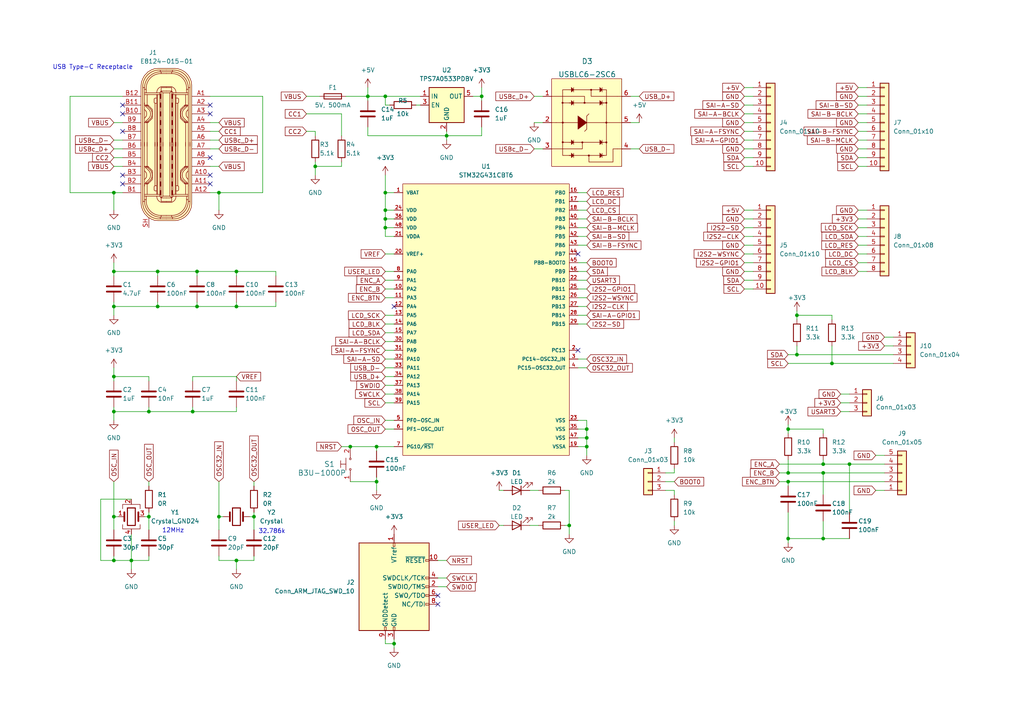
<source format=kicad_sch>
(kicad_sch (version 20211123) (generator eeschema)
  (paper "A4")
  (junction (at 57.15 88.9))
  (junction (at 170.18 129.54))
  (junction (at 57.15 78.74))
  (junction (at 73.66 149.86))
  (junction (at 228.6 137.16))
  (junction (at 33.02 109.22))
  (junction (at 228.6 139.7))
  (junction (at 238.76 137.16))
  (junction (at 63.5 149.86))
  (junction (at 228.6 156.21))
  (junction (at 45.72 88.9))
  (junction (at 111.76 66.04))
  (junction (at 228.6 124.46))
  (junction (at 33.02 149.86))
  (junction (at 43.18 149.86))
  (junction (at 241.3 105.41))
  (junction (at 139.7 27.94))
  (junction (at 101.6 129.54))
  (junction (at 109.22 139.7))
  (junction (at 170.18 124.46))
  (junction (at 33.02 119.38))
  (junction (at 246.38 134.62))
  (junction (at 33.02 78.74))
  (junction (at 33.02 162.56))
  (junction (at 231.14 102.87))
  (junction (at 33.02 88.9))
  (junction (at 43.18 119.38))
  (junction (at 238.76 134.62))
  (junction (at 114.3 186.69))
  (junction (at 231.14 91.44))
  (junction (at 63.5 55.88))
  (junction (at 106.68 27.94))
  (junction (at 109.22 129.54))
  (junction (at 55.88 119.38))
  (junction (at 165.1 152.4))
  (junction (at 129.54 39.37))
  (junction (at 238.76 156.21))
  (junction (at 111.76 27.94))
  (junction (at 111.76 63.5))
  (junction (at 45.72 78.74))
  (junction (at 91.44 48.26))
  (junction (at 38.1 162.56))
  (junction (at 111.76 60.96))
  (junction (at 68.58 88.9))
  (junction (at 170.18 127))
  (junction (at 68.58 162.56))
  (junction (at 68.58 78.74))
  (junction (at 111.76 55.88))
  (junction (at 33.02 55.88))
  (no_connect (at 60.96 50.8))
  (no_connect (at 114.3 88.9))
  (no_connect (at 35.56 53.34))
  (no_connect (at 60.96 33.02))
  (no_connect (at 60.96 53.34))
  (no_connect (at 35.56 50.8))
  (no_connect (at 60.96 45.72))
  (no_connect (at 60.96 30.48))
  (no_connect (at 35.56 33.02))
  (no_connect (at 127 175.26))
  (no_connect (at 127 172.72))
  (no_connect (at 167.64 101.6))
  (no_connect (at 35.56 38.1))
  (no_connect (at 167.64 73.66))
  (no_connect (at 35.56 30.48))
  (wire (pts (xy 215.9 83.82) (xy 218.44 83.82)))
  (wire (pts (xy 109.22 142.24) (xy 109.22 139.7)))
  (wire (pts (xy 101.6 129.54) (xy 109.22 129.54)))
  (wire (pts (xy 33.02 149.86) (xy 33.02 153.67)))
  (wire (pts (xy 57.15 78.74) (xy 45.72 78.74)))
  (wire (pts (xy 80.01 78.74) (xy 68.58 78.74)))
  (wire (pts (xy 248.92 38.1) (xy 251.46 38.1)))
  (wire (pts (xy 195.58 142.24) (xy 193.04 142.24)))
  (wire (pts (xy 68.58 78.74) (xy 68.58 80.01)))
  (wire (pts (xy 163.83 152.4) (xy 165.1 152.4)))
  (wire (pts (xy 76.2 27.94) (xy 76.2 55.88)))
  (wire (pts (xy 114.3 66.04) (xy 111.76 66.04)))
  (wire (pts (xy 215.9 73.66) (xy 218.44 73.66)))
  (wire (pts (xy 111.76 93.98) (xy 114.3 93.98)))
  (wire (pts (xy 238.76 137.16) (xy 238.76 143.51)))
  (wire (pts (xy 33.02 119.38) (xy 33.02 121.92)))
  (wire (pts (xy 63.5 149.86) (xy 63.5 153.67)))
  (wire (pts (xy 170.18 78.74) (xy 167.64 78.74)))
  (wire (pts (xy 33.02 76.2) (xy 33.02 78.74)))
  (wire (pts (xy 241.3 92.71) (xy 241.3 91.44)))
  (wire (pts (xy 246.38 148.59) (xy 246.38 134.62)))
  (wire (pts (xy 195.58 127) (xy 195.58 128.27)))
  (wire (pts (xy 57.15 87.63) (xy 57.15 88.9)))
  (wire (pts (xy 43.18 118.11) (xy 43.18 119.38)))
  (wire (pts (xy 139.7 39.37) (xy 129.54 39.37)))
  (wire (pts (xy 215.9 48.26) (xy 218.44 48.26)))
  (wire (pts (xy 43.18 148.59) (xy 43.18 149.86)))
  (wire (pts (xy 170.18 121.92) (xy 170.18 124.46)))
  (wire (pts (xy 231.14 100.33) (xy 231.14 102.87)))
  (wire (pts (xy 29.21 144.78) (xy 29.21 162.56)))
  (wire (pts (xy 111.76 101.6) (xy 114.3 101.6)))
  (wire (pts (xy 248.92 48.26) (xy 251.46 48.26)))
  (wire (pts (xy 248.92 76.2) (xy 251.46 76.2)))
  (wire (pts (xy 248.92 45.72) (xy 251.46 45.72)))
  (wire (pts (xy 215.9 68.58) (xy 218.44 68.58)))
  (wire (pts (xy 63.5 139.7) (xy 63.5 149.86)))
  (wire (pts (xy 228.6 137.16) (xy 228.6 133.35)))
  (wire (pts (xy 111.76 68.58) (xy 114.3 68.58)))
  (wire (pts (xy 111.76 104.14) (xy 114.3 104.14)))
  (wire (pts (xy 43.18 162.56) (xy 38.1 162.56)))
  (wire (pts (xy 215.9 25.4) (xy 218.44 25.4)))
  (wire (pts (xy 80.01 88.9) (xy 68.58 88.9)))
  (wire (pts (xy 127 170.18) (xy 129.54 170.18)))
  (wire (pts (xy 73.66 162.56) (xy 68.58 162.56)))
  (wire (pts (xy 43.18 119.38) (xy 33.02 119.38)))
  (wire (pts (xy 68.58 118.11) (xy 68.58 119.38)))
  (wire (pts (xy 114.3 185.42) (xy 114.3 186.69)))
  (wire (pts (xy 33.02 109.22) (xy 33.02 110.49)))
  (wire (pts (xy 91.44 46.99) (xy 91.44 48.26)))
  (wire (pts (xy 114.3 63.5) (xy 111.76 63.5)))
  (wire (pts (xy 248.92 60.96) (xy 251.46 60.96)))
  (wire (pts (xy 120.65 30.48) (xy 121.92 30.48)))
  (wire (pts (xy 215.9 71.12) (xy 218.44 71.12)))
  (wire (pts (xy 111.76 27.94) (xy 121.92 27.94)))
  (wire (pts (xy 182.88 27.94) (xy 185.42 27.94)))
  (wire (pts (xy 33.02 161.29) (xy 33.02 162.56)))
  (wire (pts (xy 256.54 100.33) (xy 259.08 100.33)))
  (wire (pts (xy 45.72 78.74) (xy 33.02 78.74)))
  (wire (pts (xy 106.68 27.94) (xy 100.33 27.94)))
  (wire (pts (xy 111.76 186.69) (xy 114.3 186.69)))
  (wire (pts (xy 35.56 45.72) (xy 33.02 45.72)))
  (wire (pts (xy 228.6 156.21) (xy 228.6 157.48)))
  (wire (pts (xy 111.76 73.66) (xy 114.3 73.66)))
  (wire (pts (xy 228.6 102.87) (xy 231.14 102.87)))
  (wire (pts (xy 241.3 105.41) (xy 259.08 105.41)))
  (wire (pts (xy 113.03 30.48) (xy 111.76 30.48)))
  (wire (pts (xy 231.14 91.44) (xy 231.14 92.71)))
  (wire (pts (xy 63.5 48.26) (xy 60.96 48.26)))
  (wire (pts (xy 109.22 138.43) (xy 109.22 139.7)))
  (wire (pts (xy 45.72 87.63) (xy 45.72 88.9)))
  (wire (pts (xy 33.02 55.88) (xy 33.02 60.96)))
  (wire (pts (xy 111.76 114.3) (xy 114.3 114.3)))
  (wire (pts (xy 215.9 63.5) (xy 218.44 63.5)))
  (wire (pts (xy 167.64 129.54) (xy 170.18 129.54)))
  (wire (pts (xy 63.5 40.64) (xy 60.96 40.64)))
  (wire (pts (xy 243.84 119.38) (xy 246.38 119.38)))
  (wire (pts (xy 111.76 99.06) (xy 114.3 99.06)))
  (wire (pts (xy 106.68 36.83) (xy 106.68 39.37)))
  (wire (pts (xy 170.18 60.96) (xy 167.64 60.96)))
  (wire (pts (xy 165.1 152.4) (xy 165.1 154.94)))
  (wire (pts (xy 182.88 35.56) (xy 185.42 35.56)))
  (wire (pts (xy 248.92 73.66) (xy 251.46 73.66)))
  (wire (pts (xy 170.18 81.28) (xy 167.64 81.28)))
  (wire (pts (xy 43.18 110.49) (xy 43.18 109.22)))
  (wire (pts (xy 170.18 91.44) (xy 167.64 91.44)))
  (wire (pts (xy 248.92 43.18) (xy 251.46 43.18)))
  (wire (pts (xy 167.64 127) (xy 170.18 127)))
  (wire (pts (xy 91.44 48.26) (xy 91.44 50.8)))
  (wire (pts (xy 45.72 88.9) (xy 33.02 88.9)))
  (wire (pts (xy 91.44 38.1) (xy 88.9 38.1)))
  (wire (pts (xy 114.3 186.69) (xy 114.3 187.96)))
  (wire (pts (xy 88.9 27.94) (xy 92.71 27.94)))
  (wire (pts (xy 20.32 27.94) (xy 20.32 55.88)))
  (wire (pts (xy 215.9 45.72) (xy 218.44 45.72)))
  (wire (pts (xy 226.06 137.16) (xy 228.6 137.16)))
  (wire (pts (xy 215.9 40.64) (xy 218.44 40.64)))
  (wire (pts (xy 33.02 88.9) (xy 33.02 91.44)))
  (wire (pts (xy 33.02 162.56) (xy 38.1 162.56)))
  (wire (pts (xy 170.18 66.04) (xy 167.64 66.04)))
  (wire (pts (xy 170.18 76.2) (xy 167.64 76.2)))
  (wire (pts (xy 111.76 50.8) (xy 111.76 55.88)))
  (wire (pts (xy 43.18 149.86) (xy 43.18 153.67)))
  (wire (pts (xy 215.9 27.94) (xy 218.44 27.94)))
  (wire (pts (xy 106.68 39.37) (xy 129.54 39.37)))
  (wire (pts (xy 20.32 27.94) (xy 35.56 27.94)))
  (wire (pts (xy 35.56 48.26) (xy 33.02 48.26)))
  (wire (pts (xy 170.18 129.54) (xy 170.18 132.08)))
  (wire (pts (xy 29.21 162.56) (xy 33.02 162.56)))
  (wire (pts (xy 215.9 76.2) (xy 218.44 76.2)))
  (wire (pts (xy 35.56 40.64) (xy 33.02 40.64)))
  (wire (pts (xy 33.02 139.7) (xy 33.02 149.86)))
  (wire (pts (xy 248.92 71.12) (xy 251.46 71.12)))
  (wire (pts (xy 238.76 151.13) (xy 238.76 156.21)))
  (wire (pts (xy 215.9 78.74) (xy 218.44 78.74)))
  (wire (pts (xy 144.78 152.4) (xy 146.05 152.4)))
  (wire (pts (xy 238.76 125.73) (xy 238.76 124.46)))
  (wire (pts (xy 246.38 134.62) (xy 256.54 134.62)))
  (wire (pts (xy 248.92 68.58) (xy 251.46 68.58)))
  (wire (pts (xy 73.66 149.86) (xy 73.66 153.67)))
  (wire (pts (xy 170.18 63.5) (xy 167.64 63.5)))
  (wire (pts (xy 129.54 38.1) (xy 129.54 39.37)))
  (wire (pts (xy 63.5 35.56) (xy 60.96 35.56)))
  (wire (pts (xy 38.1 144.78) (xy 29.21 144.78)))
  (wire (pts (xy 127 162.56) (xy 129.54 162.56)))
  (wire (pts (xy 215.9 33.02) (xy 218.44 33.02)))
  (wire (pts (xy 231.14 90.17) (xy 231.14 91.44)))
  (wire (pts (xy 170.18 88.9) (xy 167.64 88.9)))
  (wire (pts (xy 111.76 106.68) (xy 114.3 106.68)))
  (wire (pts (xy 33.02 55.88) (xy 20.32 55.88)))
  (wire (pts (xy 238.76 134.62) (xy 238.76 133.35)))
  (wire (pts (xy 256.54 97.79) (xy 259.08 97.79)))
  (wire (pts (xy 55.88 119.38) (xy 43.18 119.38)))
  (wire (pts (xy 195.58 143.51) (xy 195.58 142.24)))
  (wire (pts (xy 43.18 139.7) (xy 43.18 140.97)))
  (wire (pts (xy 195.58 137.16) (xy 193.04 137.16)))
  (wire (pts (xy 57.15 88.9) (xy 45.72 88.9)))
  (wire (pts (xy 170.18 127) (xy 170.18 129.54)))
  (wire (pts (xy 248.92 35.56) (xy 251.46 35.56)))
  (wire (pts (xy 248.92 25.4) (xy 251.46 25.4)))
  (wire (pts (xy 111.76 55.88) (xy 114.3 55.88)))
  (wire (pts (xy 248.92 33.02) (xy 251.46 33.02)))
  (wire (pts (xy 170.18 124.46) (xy 170.18 127)))
  (wire (pts (xy 238.76 156.21) (xy 228.6 156.21)))
  (wire (pts (xy 38.1 154.94) (xy 38.1 162.56)))
  (wire (pts (xy 111.76 109.22) (xy 114.3 109.22)))
  (wire (pts (xy 63.5 162.56) (xy 68.58 162.56)))
  (wire (pts (xy 241.3 91.44) (xy 231.14 91.44)))
  (wire (pts (xy 167.64 124.46) (xy 170.18 124.46)))
  (wire (pts (xy 63.5 161.29) (xy 63.5 162.56)))
  (wire (pts (xy 111.76 63.5) (xy 111.76 60.96)))
  (wire (pts (xy 238.76 124.46) (xy 228.6 124.46)))
  (wire (pts (xy 231.14 102.87) (xy 259.08 102.87)))
  (wire (pts (xy 68.58 109.22) (xy 68.58 110.49)))
  (wire (pts (xy 170.18 93.98) (xy 167.64 93.98)))
  (wire (pts (xy 33.02 106.68) (xy 33.02 109.22)))
  (wire (pts (xy 139.7 27.94) (xy 139.7 29.21)))
  (wire (pts (xy 163.83 142.24) (xy 165.1 142.24)))
  (wire (pts (xy 254 132.08) (xy 256.54 132.08)))
  (wire (pts (xy 167.64 106.68) (xy 170.18 106.68)))
  (wire (pts (xy 41.91 149.86) (xy 43.18 149.86)))
  (wire (pts (xy 34.29 149.86) (xy 33.02 149.86)))
  (wire (pts (xy 68.58 119.38) (xy 55.88 119.38)))
  (wire (pts (xy 129.54 39.37) (xy 129.54 40.64)))
  (wire (pts (xy 111.76 121.92) (xy 114.3 121.92)))
  (wire (pts (xy 63.5 55.88) (xy 76.2 55.88)))
  (wire (pts (xy 99.06 33.02) (xy 88.9 33.02)))
  (wire (pts (xy 38.1 165.1) (xy 38.1 162.56)))
  (wire (pts (xy 243.84 114.3) (xy 246.38 114.3)))
  (wire (pts (xy 228.6 105.41) (xy 241.3 105.41)))
  (wire (pts (xy 111.76 91.44) (xy 114.3 91.44)))
  (wire (pts (xy 111.76 66.04) (xy 111.76 68.58)))
  (wire (pts (xy 238.76 137.16) (xy 228.6 137.16)))
  (wire (pts (xy 111.76 78.74) (xy 114.3 78.74)))
  (wire (pts (xy 111.76 124.46) (xy 114.3 124.46)))
  (wire (pts (xy 91.44 39.37) (xy 91.44 38.1)))
  (wire (pts (xy 215.9 66.04) (xy 218.44 66.04)))
  (wire (pts (xy 68.58 78.74) (xy 57.15 78.74)))
  (wire (pts (xy 215.9 60.96) (xy 218.44 60.96)))
  (wire (pts (xy 167.64 104.14) (xy 170.18 104.14)))
  (wire (pts (xy 170.18 86.36) (xy 167.64 86.36)))
  (wire (pts (xy 55.88 110.49) (xy 55.88 109.22)))
  (wire (pts (xy 72.39 149.86) (xy 73.66 149.86)))
  (wire (pts (xy 73.66 139.7) (xy 73.66 140.97)))
  (wire (pts (xy 248.92 78.74) (xy 251.46 78.74)))
  (wire (pts (xy 111.76 111.76) (xy 114.3 111.76)))
  (wire (pts (xy 80.01 78.74) (xy 80.01 80.01)))
  (wire (pts (xy 228.6 139.7) (xy 256.54 139.7)))
  (wire (pts (xy 144.78 142.24) (xy 146.05 142.24)))
  (wire (pts (xy 248.92 66.04) (xy 251.46 66.04)))
  (wire (pts (xy 73.66 161.29) (xy 73.66 162.56)))
  (wire (pts (xy 99.06 39.37) (xy 99.06 33.02)))
  (wire (pts (xy 228.6 124.46) (xy 228.6 125.73)))
  (wire (pts (xy 111.76 81.28) (xy 114.3 81.28)))
  (wire (pts (xy 139.7 25.4) (xy 139.7 27.94)))
  (wire (pts (xy 106.68 25.4) (xy 106.68 27.94)))
  (wire (pts (xy 182.88 43.18) (xy 185.42 43.18)))
  (wire (pts (xy 63.5 55.88) (xy 63.5 60.96)))
  (wire (pts (xy 154.94 27.94) (xy 157.48 27.94)))
  (wire (pts (xy 33.02 78.74) (xy 33.02 80.01)))
  (wire (pts (xy 45.72 80.01) (xy 45.72 78.74)))
  (wire (pts (xy 153.67 152.4) (xy 156.21 152.4)))
  (wire (pts (xy 139.7 36.83) (xy 139.7 39.37)))
  (wire (pts (xy 153.67 142.24) (xy 156.21 142.24)))
  (wire (pts (xy 248.92 30.48) (xy 251.46 30.48)))
  (wire (pts (xy 228.6 148.59) (xy 228.6 156.21)))
  (wire (pts (xy 43.18 161.29) (xy 43.18 162.56)))
  (wire (pts (xy 195.58 135.89) (xy 195.58 137.16)))
  (wire (pts (xy 195.58 139.7) (xy 193.04 139.7)))
  (wire (pts (xy 111.76 96.52) (xy 114.3 96.52)))
  (wire (pts (xy 195.58 151.13) (xy 195.58 152.4)))
  (wire (pts (xy 111.76 116.84) (xy 114.3 116.84)))
  (wire (pts (xy 109.22 129.54) (xy 114.3 129.54)))
  (wire (pts (xy 60.96 55.88) (xy 63.5 55.88)))
  (wire (pts (xy 111.76 30.48) (xy 111.76 27.94)))
  (wire (pts (xy 170.18 58.42) (xy 167.64 58.42)))
  (wire (pts (xy 43.18 109.22) (xy 33.02 109.22)))
  (wire (pts (xy 111.76 55.88) (xy 111.76 60.96)))
  (wire (pts (xy 35.56 55.88) (xy 33.02 55.88)))
  (wire (pts (xy 57.15 80.01) (xy 57.15 78.74)))
  (wire (pts (xy 246.38 156.21) (xy 238.76 156.21)))
  (wire (pts (xy 238.76 134.62) (xy 246.38 134.62)))
  (wire (pts (xy 170.18 71.12) (xy 167.64 71.12)))
  (wire (pts (xy 137.16 27.94) (xy 139.7 27.94)))
  (wire (pts (xy 256.54 137.16) (xy 238.76 137.16)))
  (wire (pts (xy 68.58 88.9) (xy 57.15 88.9)))
  (wire (pts (xy 226.06 134.62) (xy 238.76 134.62)))
  (wire (pts (xy 215.9 35.56) (xy 218.44 35.56)))
  (wire (pts (xy 170.18 55.88) (xy 167.64 55.88)))
  (wire (pts (xy 165.1 142.24) (xy 165.1 152.4)))
  (wire (pts (xy 127 167.64) (xy 129.54 167.64)))
  (wire (pts (xy 111.76 60.96) (xy 114.3 60.96)))
  (wire (pts (xy 243.84 116.84) (xy 246.38 116.84)))
  (wire (pts (xy 109.22 129.54) (xy 109.22 130.81)))
  (wire (pts (xy 35.56 43.18) (xy 33.02 43.18)))
  (wire (pts (xy 35.56 35.56) (xy 33.02 35.56)))
  (wire (pts (xy 64.77 149.86) (xy 63.5 149.86)))
  (wire (pts (xy 99.06 129.54) (xy 101.6 129.54)))
  (wire (pts (xy 101.6 139.7) (xy 109.22 139.7)))
  (wire (pts (xy 248.92 63.5) (xy 251.46 63.5)))
  (wire (pts (xy 63.5 43.18) (xy 60.96 43.18)))
  (wire (pts (xy 55.88 109.22) (xy 68.58 109.22)))
  (wire (pts (xy 241.3 100.33) (xy 241.3 105.41)))
  (wire (pts (xy 254 142.24) (xy 256.54 142.24)))
  (wire (pts (xy 154.94 35.56) (xy 157.48 35.56)))
  (wire (pts (xy 215.9 38.1) (xy 218.44 38.1)))
  (wire (pts (xy 80.01 87.63) (xy 80.01 88.9)))
  (wire (pts (xy 99.06 46.99) (xy 99.06 48.26)))
  (wire (pts (xy 111.76 185.42) (xy 111.76 186.69)))
  (wire (pts (xy 111.76 83.82) (xy 114.3 83.82)))
  (wire (pts (xy 226.06 139.7) (xy 228.6 139.7)))
  (wire (pts (xy 170.18 68.58) (xy 167.64 68.58)))
  (wire (pts (xy 60.96 27.94) (xy 76.2 27.94)))
  (wire (pts (xy 228.6 123.19) (xy 228.6 124.46)))
  (wire (pts (xy 248.92 40.64) (xy 251.46 40.64)))
  (wire (pts (xy 63.5 38.1) (xy 60.96 38.1)))
  (wire (pts (xy 248.92 27.94) (xy 251.46 27.94)))
  (wire (pts (xy 154.94 43.18) (xy 157.48 43.18)))
  (wire (pts (xy 215.9 43.18) (xy 218.44 43.18)))
  (wire (pts (xy 33.02 87.63) (xy 33.02 88.9)))
  (wire (pts (xy 167.64 121.92) (xy 170.18 121.92)))
  (wire (pts (xy 215.9 81.28) (xy 218.44 81.28)))
  (wire (pts (xy 73.66 148.59) (xy 73.66 149.86)))
  (wire (pts (xy 33.02 118.11) (xy 33.02 119.38)))
  (wire (pts (xy 215.9 30.48) (xy 218.44 30.48)))
  (wire (pts (xy 106.68 27.94) (xy 106.68 29.21)))
  (wire (pts (xy 111.76 86.36) (xy 114.3 86.36)))
  (wire (pts (xy 68.58 87.63) (xy 68.58 88.9)))
  (wire (pts (xy 68.58 162.56) (xy 68.58 165.1)))
  (wire (pts (xy 55.88 118.11) (xy 55.88 119.38)))
  (wire (pts (xy 111.76 66.04) (xy 111.76 63.5)))
  (wire (pts (xy 228.6 139.7) (xy 228.6 140.97)))
  (wire (pts (xy 99.06 48.26) (xy 91.44 48.26)))
  (wire (pts (xy 170.18 83.82) (xy 167.64 83.82)))
  (wire (pts (xy 106.68 27.94) (xy 111.76 27.94)))
  (text "32.786k" (at 74.93 154.94 0) (effects (font (size 1.27 1.27)) (justify left bottom)))
  (text "USB Type-C Receptacle" (at 15.24 20.32 0) (effects (font (size 1.27 1.27)) (justify left bottom)))
  (text "12MHz" (at 46.99 154.7114 0) (effects (font (size 1.27 1.27)) (justify left bottom)))
  (global_label "SAI-A-GPIO1" (shape input) (at 170.18 91.44 0) (property "Intersheet References" "${INTERSHEET_REFS}" (effects hide)))
  (global_label "SAI-B-SD" (shape input) (at 248.92 30.48 180) (property "Intersheet References" "${INTERSHEET_REFS}" (effects hide)))
  (global_label "SAI-A-BCLK" (shape input) (at 111.76 99.06 180) (property "Intersheet References" "${INTERSHEET_REFS}" (effects hide)))
  (global_label "SAI-A-BCLK" (shape input) (at 215.9 33.02 180) (property "Intersheet References" "${INTERSHEET_REFS}" (effects hide)))
  (global_label "VBUS" (shape input) (at 33.02 48.26 180) (property "Intersheet References" "${INTERSHEET_REFS}" (effects hide)))
  (global_label "GND" (shape input) (at 215.9 27.94 180) (property "Intersheet References" "${INTERSHEET_REFS}" (effects hide)))
  (global_label "+3V3" (shape input) (at 256.54 100.33 180) (property "Intersheet References" "${INTERSHEET_REFS}" (effects hide)))
  (global_label "SWCLK" (shape input) (at 129.54 167.64 0) (property "Intersheet References" "${INTERSHEET_REFS}" (effects hide)))
  (global_label "VREF" (shape input) (at 111.76 73.66 180) (property "Intersheet References" "${INTERSHEET_REFS}" (effects hide)))
  (global_label "USBc_D+" (shape input) (at 33.02 43.18 180) (property "Intersheet References" "${INTERSHEET_REFS}" (effects hide)))
  (global_label "USBc_D-" (shape input) (at 63.5 43.18 0) (property "Intersheet References" "${INTERSHEET_REFS}" (effects hide)))
  (global_label "USB_D-" (shape input) (at 111.76 106.68 180) (property "Intersheet References" "${INTERSHEET_REFS}" (effects hide)))
  (global_label "VBUS" (shape input) (at 33.02 35.56 180) (property "Intersheet References" "${INTERSHEET_REFS}" (effects hide)))
  (global_label "LCD_DC" (shape input) (at 248.92 73.66 180) (property "Intersheet References" "${INTERSHEET_REFS}" (effects hide)))
  (global_label "GND" (shape input) (at 254 142.24 180) (property "Intersheet References" "${INTERSHEET_REFS}" (effects hide)))
  (global_label "GND" (shape input) (at 256.54 97.79 180) (property "Intersheet References" "${INTERSHEET_REFS}" (effects hide)))
  (global_label "I2S2-SD" (shape input) (at 215.9 66.04 180) (property "Intersheet References" "${INTERSHEET_REFS}" (effects hide)))
  (global_label "SCL" (shape input) (at 111.76 116.84 180) (property "Intersheet References" "${INTERSHEET_REFS}" (effects hide)))
  (global_label "ENC_BTN" (shape input) (at 111.76 86.36 180) (property "Intersheet References" "${INTERSHEET_REFS}" (effects hide)))
  (global_label "SAI-B-MCLK" (shape input) (at 170.18 66.04 0) (property "Intersheet References" "${INTERSHEET_REFS}" (effects hide)))
  (global_label "USER_LED" (shape input) (at 144.78 152.4 180) (property "Intersheet References" "${INTERSHEET_REFS}" (effects hide)))
  (global_label "GND" (shape input) (at 248.92 60.96 180) (property "Intersheet References" "${INTERSHEET_REFS}" (effects hide)))
  (global_label "VREF" (shape input) (at 68.58 109.22 0) (property "Intersheet References" "${INTERSHEET_REFS}" (effects hide)))
  (global_label "BOOT0" (shape input) (at 170.18 76.2 0) (property "Intersheet References" "${INTERSHEET_REFS}" (effects hide)))
  (global_label "SAI-A-SD" (shape input) (at 215.9 30.48 180) (property "Intersheet References" "${INTERSHEET_REFS}" (effects hide)))
  (global_label "SDA" (shape input) (at 215.9 81.28 180) (property "Intersheet References" "${INTERSHEET_REFS}" (effects hide)))
  (global_label "SAI-B-BCLK" (shape input) (at 248.92 33.02 180) (property "Intersheet References" "${INTERSHEET_REFS}" (effects hide)))
  (global_label "OSC32_IN" (shape input) (at 170.18 104.14 0) (property "Intersheet References" "${INTERSHEET_REFS}" (effects hide)))
  (global_label "USB_D+" (shape input) (at 111.76 109.22 180) (property "Intersheet References" "${INTERSHEET_REFS}" (effects hide)))
  (global_label "GND" (shape input) (at 215.9 71.12 180) (property "Intersheet References" "${INTERSHEET_REFS}" (effects hide)))
  (global_label "OSC_IN" (shape input) (at 33.02 139.7 90) (property "Intersheet References" "${INTERSHEET_REFS}" (effects hide)))
  (global_label "SCL" (shape input) (at 248.92 48.26 180) (property "Intersheet References" "${INTERSHEET_REFS}" (effects hide)))
  (global_label "I2S2-GPIO1" (shape input) (at 215.9 76.2 180) (property "Intersheet References" "${INTERSHEET_REFS}" (effects hide)))
  (global_label "LCD_SCK" (shape input) (at 111.76 91.44 180) (property "Intersheet References" "${INTERSHEET_REFS}" (effects hide)))
  (global_label "OSC_IN" (shape input) (at 111.76 121.92 180) (property "Intersheet References" "${INTERSHEET_REFS}" (effects hide)))
  (global_label "ENC_A" (shape input) (at 111.76 81.28 180) (property "Intersheet References" "${INTERSHEET_REFS}" (effects hide)))
  (global_label "LCD_SDA" (shape input) (at 248.92 68.58 180) (property "Intersheet References" "${INTERSHEET_REFS}" (effects hide)))
  (global_label "SAI-B-FSYNC" (shape input) (at 170.18 71.12 0) (property "Intersheet References" "${INTERSHEET_REFS}" (effects hide)))
  (global_label "SAI-A-GPIO1" (shape input) (at 215.9 40.64 180) (property "Intersheet References" "${INTERSHEET_REFS}" (effects hide)))
  (global_label "USB_D+" (shape input) (at 185.42 27.94 0) (property "Intersheet References" "${INTERSHEET_REFS}" (effects hide)))
  (global_label "CC1" (shape input) (at 63.5 38.1 0) (property "Intersheet References" "${INTERSHEET_REFS}" (effects hide)))
  (global_label "SDA" (shape input) (at 215.9 45.72 180) (property "Intersheet References" "${INTERSHEET_REFS}" (effects hide)))
  (global_label "I2S2-WSYNC" (shape input) (at 215.9 73.66 180) (property "Intersheet References" "${INTERSHEET_REFS}" (effects hide)))
  (global_label "USBc_D+" (shape input) (at 154.94 27.94 180) (property "Intersheet References" "${INTERSHEET_REFS}" (effects hide)))
  (global_label "USBc_D+" (shape input) (at 63.5 40.64 0) (property "Intersheet References" "${INTERSHEET_REFS}" (effects hide)))
  (global_label "LCD_CS" (shape input) (at 170.18 60.96 0) (property "Intersheet References" "${INTERSHEET_REFS}" (effects hide)))
  (global_label "GND" (shape input) (at 243.84 114.3 180) (property "Intersheet References" "${INTERSHEET_REFS}" (effects hide)))
  (global_label "GND" (shape input) (at 215.9 63.5 180) (property "Intersheet References" "${INTERSHEET_REFS}" (effects hide)))
  (global_label "I2S2-SD" (shape input) (at 170.18 93.98 0) (property "Intersheet References" "${INTERSHEET_REFS}" (effects hide)))
  (global_label "LCD_RES" (shape input) (at 170.18 55.88 0) (property "Intersheet References" "${INTERSHEET_REFS}" (effects hide)))
  (global_label "SDA" (shape input) (at 170.18 78.74 0) (property "Intersheet References" "${INTERSHEET_REFS}" (effects hide)))
  (global_label "OSC32_OUT" (shape input) (at 170.18 106.68 0) (property "Intersheet References" "${INTERSHEET_REFS}" (effects hide)))
  (global_label "ENC_BTN" (shape input) (at 226.06 139.7 180) (property "Intersheet References" "${INTERSHEET_REFS}" (effects hide)))
  (global_label "SAI-A-SD" (shape input) (at 111.76 104.14 180) (property "Intersheet References" "${INTERSHEET_REFS}" (effects hide)))
  (global_label "ENC_B" (shape input) (at 111.76 83.82 180) (property "Intersheet References" "${INTERSHEET_REFS}" (effects hide)))
  (global_label "SWCLK" (shape input) (at 111.76 114.3 180) (property "Intersheet References" "${INTERSHEET_REFS}" (effects hide)))
  (global_label "USB_D-" (shape input) (at 185.42 43.18 0) (property "Intersheet References" "${INTERSHEET_REFS}" (effects hide)))
  (global_label "SDA" (shape input) (at 248.92 45.72 180) (property "Intersheet References" "${INTERSHEET_REFS}" (effects hide)))
  (global_label "CC2" (shape input) (at 33.02 45.72 180) (property "Intersheet References" "${INTERSHEET_REFS}" (effects hide)))
  (global_label "CC1" (shape input) (at 88.9 33.02 180) (property "Intersheet References" "${INTERSHEET_REFS}" (effects hide)))
  (global_label "VBUS" (shape input) (at 63.5 48.26 0) (property "Intersheet References" "${INTERSHEET_REFS}" (effects hide)))
  (global_label "USER_LED" (shape input) (at 111.76 78.74 180) (property "Intersheet References" "${INTERSHEET_REFS}" (effects hide)))
  (global_label "LCD_BLK" (shape input) (at 248.92 78.74 180) (property "Intersheet References" "${INTERSHEET_REFS}" (effects hide)))
  (global_label "SAI-B-BCLK" (shape input) (at 170.18 63.5 0) (property "Intersheet References" "${INTERSHEET_REFS}" (effects hide)))
  (global_label "VBUS" (shape input) (at 63.5 35.56 0) (property "Intersheet References" "${INTERSHEET_REFS}" (effects hide)))
  (global_label "LCD_CS" (shape input) (at 248.92 76.2 180) (property "Intersheet References" "${INTERSHEET_REFS}" (effects hide)))
  (global_label "GND" (shape input) (at 248.92 27.94 180) (property "Intersheet References" "${INTERSHEET_REFS}" (effects hide)))
  (global_label "SAI-A-FSYNC" (shape input) (at 111.76 101.6 180) (property "Intersheet References" "${INTERSHEET_REFS}" (effects hide)))
  (global_label "SCL" (shape input) (at 215.9 48.26 180) (property "Intersheet References" "${INTERSHEET_REFS}" (effects hide)))
  (global_label "SCL" (shape input) (at 215.9 83.82 180) (property "Intersheet References" "${INTERSHEET_REFS}" (effects hide)))
  (global_label "I2S2-GPIO1" (shape input) (at 170.18 83.82 0) (property "Intersheet References" "${INTERSHEET_REFS}" (effects hide)))
  (global_label "LCD_SDA" (shape input) (at 111.76 96.52 180) (property "Intersheet References" "${INTERSHEET_REFS}" (effects hide)))
  (global_label "LCD_BLK" (shape input) (at 111.76 93.98 180) (property "Intersheet References" "${INTERSHEET_REFS}" (effects hide)))
  (global_label "SAI-A-FSYNC" (shape input) (at 215.9 38.1 180) (property "Intersheet References" "${INTERSHEET_REFS}" (effects hide)))
  (global_label "SAI-B-SD" (shape input) (at 170.18 68.58 0) (property "Intersheet References" "${INTERSHEET_REFS}" (effects hide)))
  (global_label "ENC_A" (shape input) (at 226.06 134.62 180) (property "Intersheet References" "${INTERSHEET_REFS}" (effects hide)))
  (global_label "LCD_DC" (shape input) (at 170.18 58.42 0) (property "Intersheet References" "${INTERSHEET_REFS}" (effects hide)))
  (global_label "+3V3" (shape input) (at 243.84 116.84 180) (property "Intersheet References" "${INTERSHEET_REFS}" (effects hide)))
  (global_label "GND" (shape input) (at 248.92 43.18 180) (property "Intersheet References" "${INTERSHEET_REFS}" (effects hide)))
  (global_label "OSC_OUT" (shape input) (at 43.18 139.7 90) (property "Intersheet References" "${INTERSHEET_REFS}" (effects hide)))
  (global_label "+5V" (shape input) (at 215.9 60.96 180) (property "Intersheet References" "${INTERSHEET_REFS}" (effects hide)))
  (global_label "CC2" (shape input) (at 88.9 38.1 180) (property "Intersheet References" "${INTERSHEET_REFS}" (effects hide)))
  (global_label "NRST" (shape input) (at 99.06 129.54 180) (property "Intersheet References" "${INTERSHEET_REFS}" (effects hide)))
  (global_label "BOOT0" (shape input) (at 195.58 139.7 0) (property "Intersheet References" "${INTERSHEET_REFS}" (effects hide)))
  (global_label "I2S2-CLK" (shape input) (at 215.9 68.58 180) (property "Intersheet References" "${INTERSHEET_REFS}" (effects hide)))
  (global_label "USART3" (shape input) (at 243.84 119.38 180) (property "Intersheet References" "${INTERSHEET_REFS}" (effects hide)))
  (global_label "OSC32_OUT" (shape input) (at 73.66 139.7 90) (property "Intersheet References" "${INTERSHEET_REFS}" (effects hide)))
  (global_label "GND" (shape input) (at 215.9 78.74 180) (property "Intersheet References" "${INTERSHEET_REFS}" (effects hide)))
  (global_label "OSC_OUT" (shape input) (at 111.76 124.46 180) (property "Intersheet References" "${INTERSHEET_REFS}" (effects hide)))
  (global_label "GND" (shape input) (at 215.9 43.18 180) (property "Intersheet References" "${INTERSHEET_REFS}" (effects hide)))
  (global_label "GND" (shape input) (at 254 132.08 180) (property "Intersheet References" "${INTERSHEET_REFS}" (effects hide)))
  (global_label "OSC32_IN" (shape input) (at 63.5 139.7 90) (property "Intersheet References" "${INTERSHEET_REFS}" (effects hide)))
  (global_label "USART3" (shape input) (at 170.18 81.28 0) (property "Intersheet References" "${INTERSHEET_REFS}" (effects hide)))
  (global_label "NRST" (shape input) (at 129.54 162.56 0) (property "Intersheet References" "${INTERSHEET_REFS}" (effects hide)))
  (global_label "SCL" (shape input) (at 228.6 105.41 180) (property "Intersheet References" "${INTERSHEET_REFS}" (effects hide)))
  (global_label "+5V" (shape input) (at 248.92 25.4 180) (property "Intersheet References" "${INTERSHEET_REFS}" (effects hide)))
  (global_label "SDA" (shape input) (at 228.6 102.87 180) (property "Intersheet References" "${INTERSHEET_REFS}" (effects hide)))
  (global_label "SWDIO" (shape input) (at 111.76 111.76 180) (property "Intersheet References" "${INTERSHEET_REFS}" (effects hide)))
  (global_label "USBc_D-" (shape input) (at 33.02 40.64 180) (property "Intersheet References" "${INTERSHEET_REFS}" (effects hide)))
  (global_label "LCD_SCK" (shape input) (at 248.92 66.04 180) (property "Intersheet References" "${INTERSHEET_REFS}" (effects hide)))
  (global_label "LCD_RES" (shape input) (at 248.92 71.12 180) (property "Intersheet References" "${INTERSHEET_REFS}" (effects hide)))
  (global_label "GND" (shape input) (at 248.92 35.56 180) (property "Intersheet References" "${INTERSHEET_REFS}" (effects hide)))
  (global_label "ENC_B" (shape input) (at 226.06 137.16 180) (property "Intersheet References" "${INTERSHEET_REFS}" (effects hide)))
  (global_label "SAI-B-MCLK" (shape input) (at 248.92 40.64 180) (property "Intersheet References" "${INTERSHEET_REFS}" (effects hide)))
  (global_label "I2S2-WSYNC" (shape input) (at 170.18 86.36 0) (property "Intersheet References" "${INTERSHEET_REFS}" (effects hide)))
  (global_label "+3V3" (shape input) (at 248.92 63.5 180) (property "Intersheet References" "${INTERSHEET_REFS}" (effects hide)))
  (global_label "USBc_D-" (shape input) (at 154.94 43.18 180) (property "Intersheet References" "${INTERSHEET_REFS}" (effects hide)))
  (global_label "VBUS" (shape input) (at 88.9 27.94 180) (property "Intersheet References" "${INTERSHEET_REFS}" (effects hide)))
  (global_label "GND" (shape input) (at 215.9 35.56 180) (property "Intersheet References" "${INTERSHEET_REFS}" (effects hide)))
  (global_label "+5V" (shape input) (at 215.9 25.4 180) (property "Intersheet References" "${INTERSHEET_REFS}" (effects hide)))
  (global_label "SAI-B-FSYNC" (shape input) (at 248.92 38.1 180) (property "Intersheet References" "${INTERSHEET_REFS}" (effects hide)))
  (global_label "I2S2-CLK" (shape input) (at 170.18 88.9 0) (property "Intersheet References" "${INTERSHEET_REFS}" (effects hide)))
  (global_label "SWDIO" (shape input) (at 129.54 170.18 0) (property "Intersheet References" "${INTERSHEET_REFS}" (effects hide)))
  (symbol (lib_id "power:GND") (at 165.1 154.94 0) (unit 1)
    (property "Reference" "#PWR018" (effects hide))
    (property "Value" "GND" (at 165.1 160.02 0))
  )
  (symbol (lib_id "Connector_Generic:Conn_01x10") (at 223.52 35.56 0) (unit 1)
    (property "Reference" "J4" (at 226.06 35.5599 0) (effects (justify left)))
    (property "Value" "Conn_01x10" (at 226.06 38.0999 0) (effects (justify left)))
    (property "Footprint" "Connector_JST:JST_PH_B10B-PH-K_1x10_P2.00mm_Vertical" (effects hide))
  )
  (symbol (lib_id "Device:C") (at 43.18 157.48 0) (unit 1)
    (property "Reference" "C5" (at 45.72 156.21 0) (effects (justify left)))
    (property "Value" "30pF" (at 45.72 158.75 0) (effects (justify left)))
    (property "Footprint" "Capacitor_SMD:C_0603_1608Metric" (effects hide))
  )
  (symbol (lib_id "Connector_Generic:Conn_01x05") (at 261.62 137.16 0) (mirror x) (unit 1)
    (property "Reference" "J9" (at 261.62 125.73 0))
    (property "Value" "Conn_01x05" (at 261.62 128.27 0))
    (property "Footprint" "Connector_JST:JST_PH_B5B-PH-K_1x05_P2.00mm_Vertical" (effects hide))
  )
  (symbol (lib_id "power:+3.3V") (at 195.58 127 0) (unit 1)
    (property "Reference" "#PWR021" (effects hide))
    (property "Value" "+3.3V" (at 195.58 121.92 0))
  )
  (symbol (lib_id "power:+3.3V") (at 139.7 25.4 0) (unit 1)
    (property "Reference" "#PWR016" (effects hide))
    (property "Value" "+3.3V" (at 139.7 20.32 0))
  )
  (symbol (lib_id "power:GND") (at 63.5 60.96 0) (unit 1)
    (property "Reference" "#PWR07" (effects hide))
    (property "Value" "GND" (at 63.5 66.04 0))
  )
  (symbol (lib_id "Device:Crystal") (at 68.58 149.86 0) (unit 1)
    (property "Reference" "Y2" (at 78.74 148.59 0))
    (property "Value" "Crystal" (at 78.74 151.13 0))
    (property "Footprint" "Crystal:Crystal_SMD_3215-2Pin_3.2x1.5mm" (effects hide))
  )
  (symbol (lib_id "Device:C") (at 238.76 147.32 0) (unit 1)
    (property "Reference" "C18" (at 241.3 146.05 0) (effects (justify left)))
    (property "Value" "100nF" (at 241.3 148.59 0) (effects (justify left)))
    (property "Footprint" "Capacitor_SMD:C_0603_1608Metric" (effects hide))
  )
  (symbol (lib_id "power:+3.3V") (at 228.6 123.19 0) (unit 1)
    (property "Reference" "#PWR023" (effects hide))
    (property "Value" "+3.3V" (at 228.6 119.38 0))
  )
  (symbol (lib_id "power:GND") (at 33.02 91.44 0) (unit 1)
    (property "Reference" "#PWR03" (effects hide))
    (property "Value" "GND" (at 33.02 96.52 0))
  )
  (symbol (lib_id "dk_Tactile-Switches:B3U-1000P") (at 101.6 134.62 90) (unit 1)
    (property "Reference" "S1" (at 93.98 134.62 90) (effects (font (size 1.524 1.524)) (justify right)))
    (property "Value" "B3U-1000P" (at 86.36 137.16 90) (effects (font (size 1.524 1.524)) (justify right)))
    (property "Footprint" "digikey-footprints:Switch_Tactile_SMD_B3U-1000P" (effects hide))
    (property "Datasheet" "https://omronfs.omron.com/en_US/ecb/products/pdf/en-b3u.pdf" (effects hide))
    (property "Digi-Key_PN" "SW1020CT-ND" (effects hide))
    (property "MPN" "B3U-1000P" (effects hide))
    (property "Category" "Switches" (effects hide))
    (property "Family" "Tactile Switches" (effects hide))
    (property "DK_Datasheet_Link" "https://omronfs.omron.com/en_US/ecb/products/pdf/en-b3u.pdf" (effects hide))
    (property "DK_Detail_Page" "/product-detail/en/omron-electronics-inc-emc-div/B3U-1000P/SW1020CT-ND/1534357" (effects hide))
    (property "Description" "SWITCH TACTILE SPST-NO 0.05A 12V" (effects hide))
    (property "Manufacturer" "Omron Electronics Inc-EMC Div" (effects hide))
    (property "Status" "Active" (effects hide))
  )
  (symbol (lib_id "power:GND") (at 109.22 142.24 0) (unit 1)
    (property "Reference" "#PWR011" (effects hide))
    (property "Value" "GND" (at 109.22 147.32 0))
  )
  (symbol (lib_id "power:+3.3V") (at 33.02 106.68 0) (unit 1)
    (property "Reference" "#PWR04" (effects hide))
    (property "Value" "+3.3V" (at 33.02 101.6 0))
  )
  (symbol (lib_id "Device:R") (at 116.84 30.48 90) (unit 1)
    (property "Reference" "R5" (at 116.84 29.21 90))
    (property "Value" "10k" (at 116.84 33.02 90))
    (property "Footprint" "Resistor_SMD:R_0603_1608Metric" (effects hide))
  )
  (symbol (lib_id "Device:Fuse") (at 96.52 27.94 90) (unit 1)
    (property "Reference" "F1" (at 96.52 25.4 90))
    (property "Value" "5V, 500mA" (at 96.52 30.48 90))
    (property "Footprint" "Fuse:Fuse_0805_2012Metric" (effects hide))
  )
  (symbol (lib_id "power:GND") (at 154.94 35.56 0) (unit 1)
    (property "Reference" "#PWR017" (effects hide))
    (property "Value" "GND" (at 154.94 40.64 0))
  )
  (symbol (lib_id "power:+5V") (at 106.68 25.4 0) (unit 1)
    (property "Reference" "#PWR010" (effects hide))
    (property "Value" "+5V" (at 106.68 20.32 0))
  )
  (symbol (lib_id "Connector:Conn_ARM_JTAG_SWD_10") (at 114.3 170.18 0) (unit 1)
    (property "Reference" "J2" (at 102.87 168.9099 0) (effects (justify right)))
    (property "Value" "Conn_ARM_JTAG_SWD_10" (at 102.87 171.4499 0) (effects (justify right)))
    (property "Footprint" "Connector_PinHeader_1.27mm:PinHeader_2x05_P1.27mm_Vertical" (effects hide))
    (property "Datasheet" "http://infocenter.arm.com/help/topic/com.arm.doc.ddi0314h/DDI0314H_coresight_components_trm.pdf" (effects hide))
  )
  (symbol (lib_id "Device:R") (at 43.18 144.78 0) (unit 1)
    (property "Reference" "R1" (at 45.72 143.5099 0) (effects (justify left)))
    (property "Value" "0R" (at 45.72 146.0499 0) (effects (justify left)))
    (property "Footprint" "Resistor_SMD:R_0603_1608Metric" (effects hide))
  )
  (symbol (lib_id "Device:C") (at 228.6 144.78 0) (unit 1)
    (property "Reference" "C17" (at 231.14 143.51 0) (effects (justify left)))
    (property "Value" "100nF" (at 231.14 146.05 0) (effects (justify left)))
    (property "Footprint" "Capacitor_SMD:C_0603_1608Metric" (effects hide))
  )
  (symbol (lib_id "Device:C") (at 80.01 83.82 0) (unit 1)
    (property "Reference" "C13" (at 82.55 82.55 0) (effects (justify left)))
    (property "Value" "100nF" (at 82.55 85.09 0) (effects (justify left)))
    (property "Footprint" "Capacitor_SMD:C_0603_1608Metric" (effects hide))
  )
  (symbol (lib_id "Connector_Generic:Conn_01x03") (at 251.46 116.84 0) (unit 1)
    (property "Reference" "J6" (at 254 115.5699 0) (effects (justify left)))
    (property "Value" "Conn_01x03" (at 254 118.1099 0) (effects (justify left)))
    (property "Footprint" "Connector_PinHeader_2.54mm:PinHeader_1x03_P2.54mm_Vertical" (effects hide))
  )
  (symbol (lib_id "Device:Crystal_GND24") (at 38.1 149.86 0) (unit 1)
    (property "Reference" "Y1" (at 50.8 148.59 0))
    (property "Value" "Crystal_GND24" (at 50.8 151.13 0))
    (property "Footprint" "Crystal:Crystal_SMD_3225-4Pin_3.2x2.5mm" (effects hide))
  )
  (symbol (lib_id "power:GND") (at 170.18 132.08 0) (unit 1)
    (property "Reference" "#PWR019" (effects hide))
    (property "Value" "GND" (at 170.18 137.16 0))
  )
  (symbol (lib_id "Device:C") (at 106.68 33.02 0) (unit 1)
    (property "Reference" "C14" (at 110.49 31.7499 0) (effects (justify left)))
    (property "Value" "1uF" (at 110.49 34.2899 0) (effects (justify left)))
    (property "Footprint" "Capacitor_SMD:C_0603_1608Metric" (effects hide))
  )
  (symbol (lib_id "Device:R") (at 160.02 142.24 90) (unit 1)
    (property "Reference" "R6" (at 160.02 137.16 90))
    (property "Value" "2k" (at 160.02 139.7 90))
    (property "Footprint" "Resistor_SMD:R_0603_1608Metric" (effects hide))
  )
  (symbol (lib_id "dk_USB-DVI-HDMI-Connectors:E8124-015-01") (at 48.26 41.91 0) (unit 1)
    (property "Reference" "J1" (at 43.18 15.24 0) (effects (justify left)))
    (property "Value" "E8124-015-01" (at 40.64 17.78 0) (effects (justify left)))
    (property "Footprint" "digikey-footprints:USB-C_Female_E8124-015-01" (effects hide))
    (property "Datasheet" "https://productfinder.pulseeng.com/doc_type/WEB301/doc_num/E8124-015-01/doc_part/E8124-015-01.pdf" (effects hide))
    (property "Digi-Key_PN" "553-3195-1-ND" (effects hide))
    (property "MPN" "E8124-015-01" (effects hide))
    (property "Category" "Connectors, Interconnects" (effects hide))
    (property "Family" "USB, DVI, HDMI Connectors" (effects hide))
    (property "DK_Datasheet_Link" "https://productfinder.pulseeng.com/doc_type/WEB301/doc_num/E8124-015-01/doc_part/E8124-015-01.pdf" (effects hide))
    (property "DK_Detail_Page" "/product-detail/en/pulse-electronics-network/E8124-015-01/553-3195-1-ND/5800427" (effects hide))
    (property "Description" "CONN RCP USB3.1 TYPEC 24P SMD RA" (effects hide))
    (property "Manufacturer" "Pulse Electronics Network" (effects hide))
    (property "Status" "Active" (effects hide))
  )
  (symbol (lib_id "Device:R") (at 241.3 96.52 0) (unit 1)
    (property "Reference" "R13" (at 243.84 95.2499 0) (effects (justify left)))
    (property "Value" "3.3k" (at 243.84 97.7899 0) (effects (justify left)))
    (property "Footprint" "Resistor_SMD:R_0603_1608Metric" (effects hide))
  )
  (symbol (lib_id "Device:R") (at 99.06 43.18 0) (unit 1)
    (property "Reference" "R4" (at 100.33 41.91 0) (effects (justify left)))
    (property "Value" "5.1k" (at 100.33 44.45 0) (effects (justify left)))
    (property "Footprint" "Resistor_SMD:R_0603_1608Metric" (effects hide))
  )
  (symbol (lib_id "Device:R") (at 160.02 152.4 90) (unit 1)
    (property "Reference" "R7" (at 160.02 147.32 90))
    (property "Value" "2k" (at 160.02 149.86 90))
    (property "Footprint" "Resistor_SMD:R_0603_1608Metric" (effects hide))
  )
  (symbol (lib_id "dk_TVS-Diodes:USBLC6-2SC6") (at 170.18 35.56 0) (unit 1)
    (property "Reference" "D3" (at 170.307 17.78 0) (effects (font (size 1.524 1.524))))
    (property "Value" "USBLC6-2SC6" (at 170.307 21.59 0) (effects (font (size 1.524 1.524))))
    (property "Footprint" "digikey-footprints:SOT23-6L" (effects hide))
    (property "Datasheet" "http://www.st.com/content/ccc/resource/technical/document/datasheet/06/1d/48/9c/6c/20/4a/b2/CD00050750.pdf/files/CD00050750.pdf/jcr:content/translations/en.CD00050750.pdf" (effects hide))
    (property "Digi-Key_PN" "497-5235-1-ND" (effects hide))
    (property "MPN" "USBLC6-2SC6" (effects hide))
    (property "Category" "Circuit Protection" (effects hide))
    (property "Family" "TVS - Diodes" (effects hide))
    (property "DK_Datasheet_Link" "http://www.st.com/content/ccc/resource/technical/document/datasheet/06/1d/48/9c/6c/20/4a/b2/CD00050750.pdf/files/CD00050750.pdf/jcr:content/translations/en.CD00050750.pdf" (effects hide))
    (property "DK_Detail_Page" "/product-detail/en/stmicroelectronics/USBLC6-2SC6/497-5235-1-ND/1121688" (effects hide))
    (property "Description" "TVS DIODE 5.25V 17V SOT23-6" (effects hide))
    (property "Manufacturer" "STMicroelectronics" (effects hide))
    (property "Status" "Active" (effects hide))
  )
  (symbol (lib_id "Device:C") (at 33.02 83.82 0) (unit 1)
    (property "Reference" "C1" (at 35.56 82.55 0) (effects (justify left)))
    (property "Value" "4.7uF" (at 35.56 85.09 0) (effects (justify left)))
    (property "Footprint" "Capacitor_SMD:C_0805_2012Metric" (effects hide))
  )
  (symbol (lib_id "power:GND") (at 33.02 60.96 0) (unit 1)
    (property "Reference" "#PWR01" (effects hide))
    (property "Value" "GND" (at 33.02 66.04 0))
  )
  (symbol (lib_id "Device:LED") (at 149.86 152.4 180) (unit 1)
    (property "Reference" "D2" (at 149.86 147.32 0))
    (property "Value" "LED" (at 149.86 149.86 0))
    (property "Footprint" "LED_SMD:LED_0603_1608Metric" (effects hide))
  )
  (symbol (lib_id "power:GND") (at 129.54 40.64 0) (unit 1)
    (property "Reference" "#PWR015" (effects hide))
    (property "Value" "GND" (at 129.54 45.72 0))
  )
  (symbol (lib_id "power:GND") (at 68.58 165.1 0) (unit 1)
    (property "Reference" "#PWR08" (effects hide))
    (property "Value" "GND" (at 68.58 170.18 0))
  )
  (symbol (lib_id "Device:C") (at 45.72 83.82 0) (unit 1)
    (property "Reference" "C6" (at 48.26 82.55 0) (effects (justify left)))
    (property "Value" "100nF" (at 48.26 85.09 0) (effects (justify left)))
    (property "Footprint" "Capacitor_SMD:C_0603_1608Metric" (effects hide))
  )
  (symbol (lib_id "power:GND") (at 195.58 152.4 0) (unit 1)
    (property "Reference" "#PWR022" (effects hide))
    (property "Value" "GND" (at 195.58 157.48 0))
  )
  (symbol (lib_id "Device:C") (at 63.5 157.48 0) (unit 1)
    (property "Reference" "C9" (at 66.04 156.21 0) (effects (justify left)))
    (property "Value" "20pF" (at 66.04 158.75 0) (effects (justify left)))
    (property "Footprint" "Capacitor_SMD:C_0603_1608Metric" (effects hide))
  )
  (symbol (lib_id "Device:C") (at 55.88 114.3 0) (unit 1)
    (property "Reference" "C7" (at 58.42 113.03 0) (effects (justify left)))
    (property "Value" "1uF" (at 58.42 115.57 0) (effects (justify left)))
    (property "Footprint" "Capacitor_SMD:C_0603_1608Metric" (effects hide))
  )
  (symbol (lib_id "Device:C") (at 57.15 83.82 0) (unit 1)
    (property "Reference" "C8" (at 59.69 82.55 0) (effects (justify left)))
    (property "Value" "100nF" (at 59.69 85.09 0) (effects (justify left)))
    (property "Footprint" "Capacitor_SMD:C_0603_1608Metric" (effects hide))
  )
  (symbol (lib_id "Device:R") (at 238.76 129.54 0) (unit 1)
    (property "Reference" "R12" (at 241.3 128.2699 0) (effects (justify left)))
    (property "Value" "3.3k" (at 241.3 130.8099 0) (effects (justify left)))
    (property "Footprint" "Resistor_SMD:R_0603_1608Metric" (effects hide))
  )
  (symbol (lib_id "Connector_Generic:Conn_01x08") (at 256.54 68.58 0) (unit 1)
    (property "Reference" "J8" (at 259.08 68.5799 0) (effects (justify left)))
    (property "Value" "Conn_01x08" (at 259.08 71.1199 0) (effects (justify left)))
    (property "Footprint" "Connector_JST:JST_PH_B8B-PH-K_1x08_P2.00mm_Vertical" (effects hide))
  )
  (symbol (lib_id "Regulator_Linear:TPS7A0533PDBV") (at 129.54 30.48 0) (unit 1)
    (property "Reference" "U2" (at 129.54 20.32 0))
    (property "Value" "TPS7A0533PDBV" (at 129.54 22.86 0))
    (property "Footprint" "Package_TO_SOT_SMD:SOT-23-5" (effects hide))
    (property "Datasheet" "https://www.ti.com/lit/ds/symlink/tps7a05.pdf" (effects hide))
  )
  (symbol (lib_id "Device:C") (at 33.02 157.48 0) (unit 1)
    (property "Reference" "C3" (at 35.56 156.21 0) (effects (justify left)))
    (property "Value" "30pF" (at 35.56 158.75 0) (effects (justify left)))
    (property "Footprint" "Capacitor_SMD:C_0603_1608Metric" (effects hide))
  )
  (symbol (lib_id "Device:C") (at 33.02 114.3 0) (unit 1)
    (property "Reference" "C2" (at 35.56 113.03 0) (effects (justify left)))
    (property "Value" "1uF" (at 35.56 115.57 0) (effects (justify left)))
    (property "Footprint" "Capacitor_SMD:C_0603_1608Metric" (effects hide))
  )
  (symbol (lib_id "Device:C") (at 73.66 157.48 0) (unit 1)
    (property "Reference" "C12" (at 76.2 156.21 0) (effects (justify left)))
    (property "Value" "20pF" (at 76.2 158.75 0) (effects (justify left)))
    (property "Footprint" "Capacitor_SMD:C_0603_1608Metric" (effects hide))
  )
  (symbol (lib_id "Device:C") (at 43.18 114.3 0) (unit 1)
    (property "Reference" "C4" (at 45.72 113.03 0) (effects (justify left)))
    (property "Value" "10nF" (at 45.72 115.57 0) (effects (justify left)))
    (property "Footprint" "Capacitor_SMD:C_0603_1608Metric" (effects hide))
  )
  (symbol (lib_id "Device:C") (at 139.7 33.02 0) (unit 1)
    (property "Reference" "C16" (at 143.51 31.7499 0) (effects (justify left)))
    (property "Value" "1uF" (at 143.51 34.2899 0) (effects (justify left)))
    (property "Footprint" "Capacitor_SMD:C_0603_1608Metric" (effects hide))
  )
  (symbol (lib_id "power:+3.3V") (at 33.02 76.2 0) (unit 1)
    (property "Reference" "#PWR02" (effects hide))
    (property "Value" "+3.3V" (at 33.02 71.12 0))
  )
  (symbol (lib_id "power:+5V") (at 185.42 35.56 0) (unit 1)
    (property "Reference" "#PWR020" (effects hide))
    (property "Value" "+5V" (at 185.42 30.48 0))
  )
  (symbol (lib_id "power:GND") (at 33.02 121.92 0) (unit 1)
    (property "Reference" "#PWR05" (effects hide))
    (property "Value" "GND" (at 33.02 127 0))
  )
  (symbol (lib_id "eec:STM32G431CBT6") (at 111.76 55.88 0) (unit 1)
    (property "Reference" "U1" (at 140.97 48.26 0))
    (property "Value" "STM32G431CBT6" (at 140.97 50.8 0))
    (property "Footprint" "eec:STMicroelectronics-LQFP48-5B-0-2-MFG" (effects hide))
    (property "Datasheet" "https://www.st.com/resource/en/datasheet/stm32g431cb.pdf" (effects hide))
    (property "RAM size" "32KBytes" (effects hide))
    (property "ambient temperature range high" "+85°C" (effects hide))
    (property "ambient temperature range low" "-40°C" (effects hide))
    (property "automotive" "No" (effects hide))
    (property "category" "IC" (effects hide))
    (property "core architecture" "Arm Cortex-M4" (effects hide))
    (property "data bus width" "32bits" (effects hide))
    (property "device class L1" "Integrated Circuits (ICs)" (effects hide))
    (property "device class L2" "Embedded Processors and Controllers" (effects hide))
    (property "device class L3" "Microcontrollers" (effects hide))
    (property "digikey description" "MAINSTREAM ARM CORTEX-M4+ MCU 17" (effects hide))
    (property "digikey part number" "497-19473-ND" (effects hide))
    (property "frequency" "170MHz" (effects hide))
    (property "height" "1.6mm" (effects hide))
    (property "interface" "I2C,SPI,UART,USART,CAN,USB,LIN,IrDA,I2S" (effects hide))
    (property "lead free" "Yes" (effects hide))
    (property "library id" "ab40fe06b39d1fa1" (effects hide))
    (property "manufacturer" "STMicroelectronics" (effects hide))
    (property "max junction temp" "+105°C" (effects hide))
    (property "max supply voltage" "3.6V" (effects hide))
    (property "memory size" "128KBytes" (effects hide))
    (property "memory type" "FLASH" (effects hide))
    (property "min supply voltage" "1.62V" (effects hide))
    (property "mouser part number" "511-STM32G431CBT6" (effects hide))
    (property "number of A/D converters" "1" (effects hide))
    (property "number of ADC channels" "17" (effects hide))
    (property "number of I/Os" "38" (effects hide))
    (property "number of I2C channels" "3" (effects hide))
    (property "number of PWM channels" "31" (effects hide))
    (property "number of SPI channels" "3" (effects hide))
    (property "number of UART channels" "4" (effects hide))
    (property "number of USB channels" "1" (effects hide))
    (property "number of cores" "1" (effects hide))
    (property "number of timers/counters" "14" (effects hide))
    (property "package" "LQFP48" (effects hide))
    (property "rohs" "Yes" (effects hide))
    (property "standoff height" "0.05mm" (effects hide))
    (property "temperature range high" "+85°C" (effects hide))
    (property "temperature range low" "-40°C" (effects hide))
  )
  (symbol (lib_id "Device:R") (at 91.44 43.18 0) (unit 1)
    (property "Reference" "R3" (at 92.71 41.91 0) (effects (justify left)))
    (property "Value" "5.1k" (at 92.71 44.45 0) (effects (justify left)))
    (property "Footprint" "Resistor_SMD:R_0603_1608Metric" (effects hide))
  )
  (symbol (lib_id "Device:R") (at 228.6 129.54 0) (unit 1)
    (property "Reference" "R10" (at 231.14 128.2699 0) (effects (justify left)))
    (property "Value" "3.3k" (at 231.14 130.8099 0) (effects (justify left)))
    (property "Footprint" "Resistor_SMD:R_0603_1608Metric" (effects hide))
  )
  (symbol (lib_id "power:GND") (at 38.1 165.1 0) (unit 1)
    (property "Reference" "#PWR06" (effects hide))
    (property "Value" "GND" (at 38.1 170.18 0))
  )
  (symbol (lib_id "power:GND") (at 91.44 50.8 0) (unit 1)
    (property "Reference" "#PWR09" (effects hide))
    (property "Value" "GND" (at 91.44 55.88 0))
  )
  (symbol (lib_id "Connector_Generic:Conn_01x10") (at 223.52 71.12 0) (unit 1)
    (property "Reference" "J5" (at 226.06 71.1199 0) (effects (justify left)))
    (property "Value" "Conn_01x10" (at 226.06 73.6599 0) (effects (justify left)))
    (property "Footprint" "Connector_JST:JST_PH_B10B-PH-K_1x10_P2.00mm_Vertical" (effects hide))
  )
  (symbol (lib_id "Device:C") (at 109.22 134.62 0) (unit 1)
    (property "Reference" "C15" (at 111.76 133.35 0) (effects (justify left)))
    (property "Value" "100nF" (at 111.76 135.89 0) (effects (justify left)))
    (property "Footprint" "Capacitor_SMD:C_0603_1608Metric" (effects hide))
  )
  (symbol (lib_id "Device:R") (at 195.58 147.32 0) (unit 1)
    (property "Reference" "R9" (at 198.12 146.0499 0) (effects (justify left)))
    (property "Value" "10k" (at 198.12 148.5899 0) (effects (justify left)))
    (property "Footprint" "Resistor_SMD:R_0603_1608Metric" (effects hide))
  )
  (symbol (lib_id "Device:C") (at 68.58 114.3 0) (unit 1)
    (property "Reference" "C11" (at 71.12 113.03 0) (effects (justify left)))
    (property "Value" "100nF" (at 71.12 115.57 0) (effects (justify left)))
    (property "Footprint" "Capacitor_SMD:C_0603_1608Metric" (effects hide))
  )
  (symbol (lib_id "power:GND") (at 114.3 187.96 0) (unit 1)
    (property "Reference" "#PWR014" (effects hide))
    (property "Value" "GND" (at 114.3 193.04 0))
  )
  (symbol (lib_id "Device:R") (at 73.66 144.78 0) (unit 1)
    (property "Reference" "R2" (at 76.2 143.5099 0) (effects (justify left)))
    (property "Value" "0R" (at 76.2 146.0499 0) (effects (justify left)))
    (property "Footprint" "Resistor_SMD:R_0603_1608Metric" (effects hide))
  )
  (symbol (lib_id "Device:R") (at 231.14 96.52 0) (unit 1)
    (property "Reference" "R11" (at 233.68 95.2499 0) (effects (justify left)))
    (property "Value" "3.3k" (at 233.68 97.7899 0) (effects (justify left)))
    (property "Footprint" "Resistor_SMD:R_0603_1608Metric" (effects hide))
  )
  (symbol (lib_id "power:+3.3V") (at 114.3 154.94 0) (unit 1)
    (property "Reference" "#PWR013" (effects hide))
    (property "Value" "+3.3V" (at 114.3 149.86 0))
  )
  (symbol (lib_id "Device:LED") (at 149.86 142.24 180) (unit 1)
    (property "Reference" "D1" (at 149.86 137.16 0))
    (property "Value" "LED" (at 149.86 139.7 0))
    (property "Footprint" "LED_SMD:LED_0603_1608Metric" (effects hide))
  )
  (symbol (lib_id "Connector_Generic:Conn_01x10") (at 256.54 35.56 0) (unit 1)
    (property "Reference" "J7" (at 259.08 35.5599 0) (effects (justify left)))
    (property "Value" "Conn_01x10" (at 259.08 38.0999 0) (effects (justify left)))
    (property "Footprint" "Connector_JST:JST_PH_B10B-PH-K_1x10_P2.00mm_Vertical" (effects hide))
  )
  (symbol (lib_id "Device:R") (at 195.58 132.08 0) (unit 1)
    (property "Reference" "R8" (at 198.12 130.8099 0) (effects (justify left)))
    (property "Value" "10k" (at 198.12 133.3499 0) (effects (justify left)))
    (property "Footprint" "Resistor_SMD:R_0603_1608Metric" (effects hide))
  )
  (symbol (lib_id "Connector_Generic:Conn_01x03") (at 187.96 139.7 0) (mirror y) (unit 1)
    (property "Reference" "J3" (at 187.96 130.81 0))
    (property "Value" "Conn_01x03" (at 187.96 133.35 0))
    (property "Footprint" "Connector_PinHeader_2.54mm:PinHeader_1x03_P2.54mm_Vertical" (effects hide))
  )
  (symbol (lib_id "Device:C") (at 246.38 152.4 0) (unit 1)
    (property "Reference" "C19" (at 248.92 151.13 0) (effects (justify left)))
    (property "Value" "100nF" (at 248.92 153.67 0) (effects (justify left)))
    (property "Footprint" "Capacitor_SMD:C_0603_1608Metric" (effects hide))
  )
  (symbol (lib_id "power:+3.3V") (at 144.78 142.24 0) (unit 1)
    (property "Reference" "#PWR0101" (effects hide))
    (property "Value" "+3.3V" (at 144.78 137.16 0))
  )
  (symbol (lib_id "Device:C") (at 68.58 83.82 0) (unit 1)
    (property "Reference" "C10" (at 71.12 82.55 0) (effects (justify left)))
    (property "Value" "100nF" (at 71.12 85.09 0) (effects (justify left)))
    (property "Footprint" "Capacitor_SMD:C_0603_1608Metric" (effects hide))
  )
  (symbol (lib_id "power:+3.3V") (at 231.14 90.17 0) (unit 1)
    (property "Reference" "#PWR025" (effects hide))
    (property "Value" "+3.3V" (at 231.14 86.36 0))
  )
  (symbol (lib_id "power:GND") (at 228.6 157.48 0) (unit 1)
    (property "Reference" "#PWR024" (effects hide))
    (property "Value" "GND" (at 228.6 162.56 0))
  )
  (symbol (lib_id "Connector_Generic:Conn_01x04") (at 264.16 100.33 0) (unit 1)
    (property "Reference" "J10" (at 266.7 100.3299 0) (effects (justify left)))
    (property "Value" "Conn_01x04" (at 266.7 102.8699 0) (effects (justify left)))
    (property "Footprint" "Connector_JST:JST_PH_B4B-PH-K_1x04_P2.00mm_Vertical" (effects hide))
  )
  (symbol (lib_id "power:+3.3V") (at 111.76 50.8 0) (unit 1)
    (property "Reference" "#PWR012" (effects hide))
    (property "Value" "+3.3V" (at 111.76 45.72 0))
  )
)
</source>
